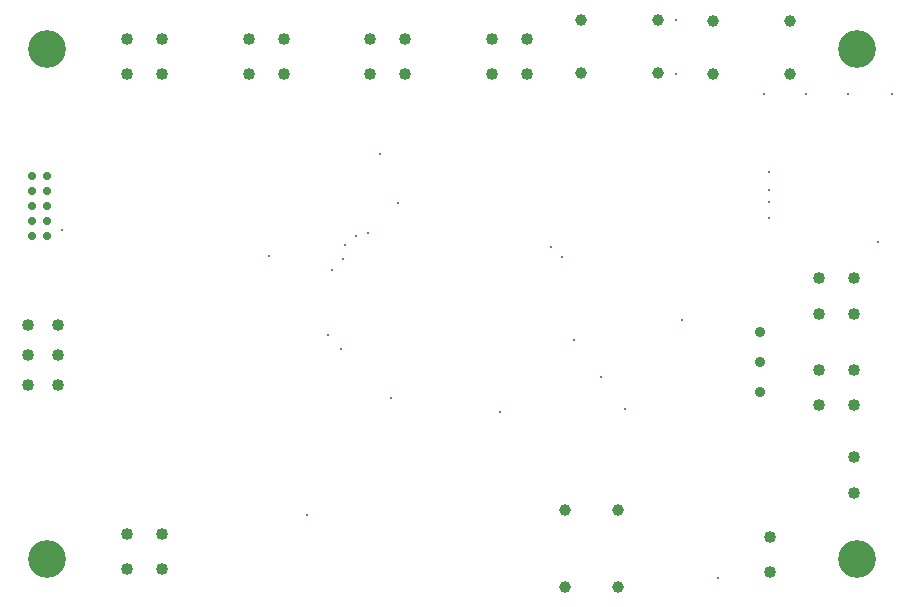
<source format=gbr>
%FSTAX23Y23*%
%MOIN*%
%SFA1B1*%

%IPPOS*%
%ADD83C,0.040000*%
%ADD84C,0.039000*%
%ADD85C,0.040000*%
%ADD86C,0.039000*%
%ADD87C,0.035000*%
%ADD88C,0.028000*%
%ADD89C,0.126000*%
%ADD90C,0.126000*%
%ADD91C,0.126000*%
%ADD92C,0.126000*%
%ADD93C,0.010000*%
%LNtemperature_monitor_&_display_pth_drill-1*%
%LPD*%
G54D83*
X0256Y00105D03*
Y00223D03*
X0284Y00488D03*
Y0037D03*
X00534Y00234D03*
Y00116D03*
X00416Y00234D03*
Y00116D03*
X01631Y01766D03*
Y01884D03*
X01749Y01766D03*
Y01884D03*
X01226Y01766D03*
Y01884D03*
X01344Y01766D03*
Y01884D03*
X0284Y01085D03*
Y00967D03*
X02722Y01085D03*
Y00967D03*
X0284Y0078D03*
Y00662D03*
X02722Y0078D03*
Y00662D03*
X00821Y01766D03*
Y01884D03*
X00939Y01766D03*
Y01884D03*
X00533Y01883D03*
Y01765D03*
X00415Y01883D03*
Y01765D03*
G54D84*
X0193Y01945D03*
X02186D03*
X0193Y01768D03*
X02186D03*
X0237Y01942D03*
X02626D03*
X0237Y01765D03*
X02626D03*
G54D85*
X00085Y0093D03*
Y0083D03*
Y0073D03*
X00185Y0093D03*
Y0083D03*
Y0073D03*
G54D86*
X01876Y00057D03*
Y00313D03*
X02054Y00057D03*
Y00313D03*
G54D87*
X02525Y00905D03*
Y00805D03*
Y00705D03*
G54D88*
X0015Y01225D03*
X001D03*
X0015Y01275D03*
X001D03*
X0015Y01325D03*
X001D03*
X0015Y01375D03*
X001D03*
X0015Y01425D03*
X001D03*
G54D89*
X0015Y0185D03*
G54D90*
X0285Y0185D03*
G54D91*
X0285Y0015D03*
G54D92*
X0015Y0015D03*
G54D93*
X01135Y0115D03*
X01098Y01112D03*
X01143Y01195D03*
X01865Y01155D03*
X0122Y01235D03*
X0118Y01225D03*
X0089Y0116D03*
X0183Y0119D03*
X02075Y0065D03*
X0292Y01205D03*
X02555Y01285D03*
Y0134D03*
Y0138D03*
X02556Y01439D03*
X0113Y0085D03*
X01085Y00895D03*
X02965Y017D03*
X0254D03*
X0268D03*
X0282D03*
X02385Y00085D03*
X01295Y00685D03*
X01015Y00295D03*
X0166Y0064D03*
X01906Y0088D03*
X02247Y01945D03*
X0132Y01335D03*
X02245Y01765D03*
X02265Y00945D03*
X002Y01245D03*
X01995Y00755D03*
X0126Y015D03*
M02*
</source>
